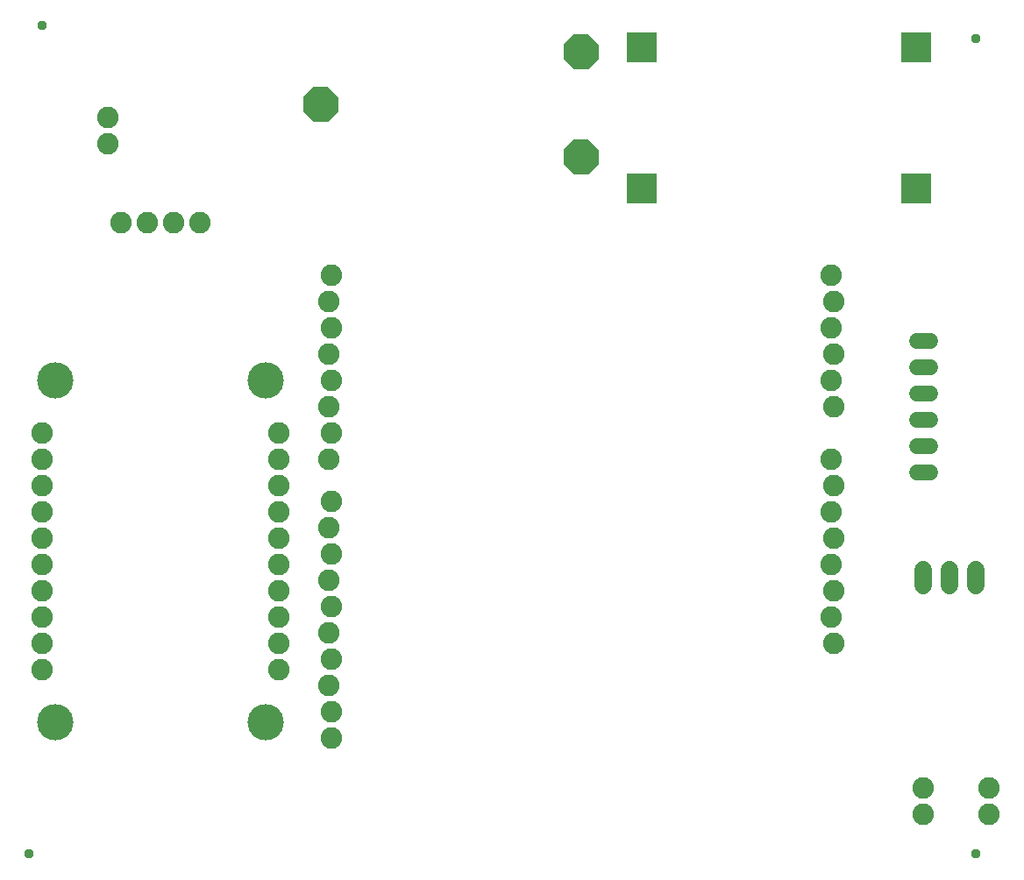
<source format=gbr>
G04 EAGLE Gerber RS-274X export*
G75*
%MOMM*%
%FSLAX34Y34*%
%LPD*%
%INSoldermask Bottom*%
%IPPOS*%
%AMOC8*
5,1,8,0,0,1.08239X$1,22.5*%
G01*
%ADD10C,2.082800*%
%ADD11C,3.505200*%
%ADD12P,3.629037X8X202.500000*%
%ADD13C,1.727200*%
%ADD14C,1.524000*%
%ADD15R,3.003200X3.003200*%
%ADD16C,0.959600*%


D10*
X777240Y292100D03*
X774700Y317500D03*
X777240Y342900D03*
X774700Y368300D03*
X777240Y393700D03*
X774700Y419100D03*
X777240Y469900D03*
X774700Y495300D03*
X777240Y520700D03*
X774700Y546100D03*
X777240Y571500D03*
X774700Y596900D03*
X292100Y596900D03*
X289560Y571500D03*
X292100Y546100D03*
X289560Y520700D03*
X292100Y495300D03*
X289560Y469900D03*
X292100Y444500D03*
X289560Y419100D03*
X292100Y378460D03*
X289560Y353060D03*
X292100Y327660D03*
X289560Y302260D03*
X292100Y276860D03*
X289560Y251460D03*
X292100Y226060D03*
X289560Y200660D03*
X292100Y175260D03*
X292100Y149860D03*
X774700Y266700D03*
X777240Y241300D03*
D11*
X228600Y165100D03*
X25400Y165100D03*
X25400Y495300D03*
X228600Y495300D03*
D10*
X12700Y215900D03*
X12700Y241300D03*
X12700Y266700D03*
X12700Y292100D03*
X12700Y317500D03*
X12700Y342900D03*
X12700Y368300D03*
X12700Y393700D03*
X12700Y419100D03*
X12700Y444500D03*
X241300Y215900D03*
X241300Y241300D03*
X241300Y266700D03*
X241300Y292100D03*
X241300Y317500D03*
X241300Y342900D03*
X241300Y368300D03*
X241300Y393700D03*
X241300Y419100D03*
X241300Y444500D03*
D12*
X533400Y812800D03*
X533400Y711200D03*
X281940Y762000D03*
D10*
X863600Y76200D03*
X863600Y101600D03*
X88900Y647700D03*
X114300Y647700D03*
X139700Y647700D03*
X165100Y647700D03*
X76200Y723900D03*
X76200Y749300D03*
X927100Y101600D03*
X927100Y76200D03*
D13*
X863600Y297180D02*
X863600Y312420D01*
X889000Y312420D02*
X889000Y297180D01*
X914400Y297180D02*
X914400Y312420D01*
D14*
X870204Y533400D02*
X856996Y533400D01*
X856996Y508000D02*
X870204Y508000D01*
X870204Y482600D02*
X856996Y482600D01*
X856996Y457200D02*
X870204Y457200D01*
X870204Y431800D02*
X856996Y431800D01*
X856996Y406400D02*
X870204Y406400D01*
D15*
X591500Y681200D03*
X591500Y817400D03*
X856300Y817400D03*
X856300Y681200D03*
D16*
X12700Y838200D03*
X914400Y825500D03*
X914400Y38100D03*
X0Y38100D03*
M02*

</source>
